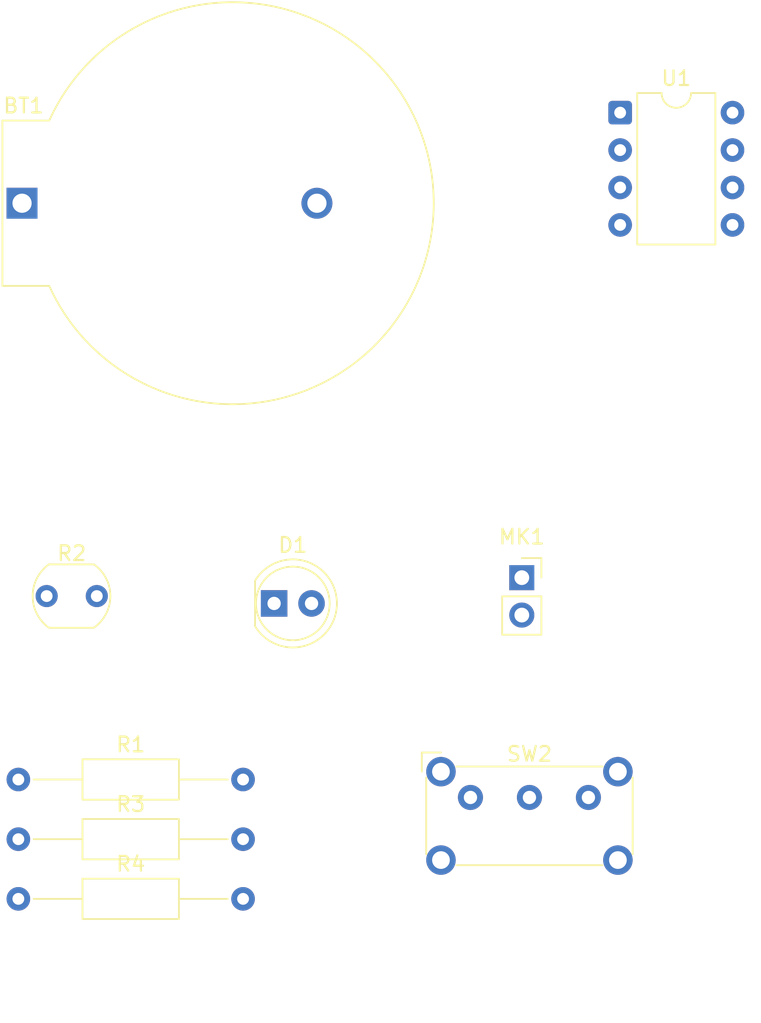
<source format=kicad_pcb>
(kicad_pcb (version 20241229) (generator "pcbnew") (generator_version "9.0")
  (layers (0 "F.Cu" signal) (2 "B.Cu" signal) (13 "F.Paste" user) (15 "B.Paste" user) (5 "F.SilkS" user "F.Silkscreen") (7 "B.SilkS" user "B.Silkscreen") (1 "F.Mask" user) (3 "B.Mask" user) (25 "Edge.Cuts" user))
  (net 0 "")
  (net 1 "+3.3V")
  (net 2 "Net-(BT1--)")
  (net 3 "/LED")
  (net 4 "/MIC")
  (net 5 "GND")
  (net 6 "/LDR")
  (footprint "Resistor_THT:R_Axial_DIN0207_L6.3mm_D2.5mm_P15.24mm_Horizontal" (layer "F.Cu") (at 106.88 115.05)
    (property "Reference" "R4" (at 7.62 -2.37 0) (layer "F.SilkS"))
    (property "Value" "5.6k")
    (fp_line (start 1.04 0) (end 4.35 0) (stroke (width 0.12)) (layer "F.SilkS"))
    (fp_line (start 14.2 0) (end 10.89 0) (stroke (width 0.12)) (layer "F.SilkS"))
    (fp_rect (start 4.35 -1.37) (end 10.89 1.37) (stroke (width 0.12)) (fill no) (layer "F.SilkS"))
    (pad "1" thru_hole circle (at 0 0) (size 1.6 1.6) (drill 0.8) (layers "*.Cu" "*.Mask") (net 1 "+3.3V"))
    (pad "2" thru_hole circle (at 15.24 0) (size 1.6 1.6) (drill 0.8) (layers "*.Cu" "*.Mask") (net 4 "/MIC"))
  )
  (footprint "Resistor_THT:R_Axial_DIN0207_L6.3mm_D2.5mm_P15.24mm_Horizontal" (layer "F.Cu") (at 106.88 111)
    (property "Reference" "R3" (at 7.62 -2.37 0) (layer "F.SilkS"))
    (property "Value" "R")
    (fp_line (start 1.04 0) (end 4.35 0) (stroke (width 0.12)) (layer "F.SilkS"))
    (fp_line (start 14.2 0) (end 10.89 0) (stroke (width 0.12)) (layer "F.SilkS"))
    (fp_rect (start 4.35 -1.37) (end 10.89 1.37) (stroke (width 0.12)) (fill no) (layer "F.SilkS"))
    (pad "1" thru_hole circle (at 0 0) (size 1.6 1.6) (drill 0.8) (layers "*.Cu" "*.Mask") (net 3 "/LED"))
    (pad "2" thru_hole circle (at 15.24 0) (size 1.6 1.6) (drill 0.8) (layers "*.Cu" "*.Mask") (net 5 "GND"))
  )
  (footprint "Button_Switch_THT:SW_E-Switch_EG1224_SPDT_Angled" (layer "F.Cu") (at 137.5425 108.1675)
    (property "Reference" "SW2" (at 4 -2.95 0) (layer "F.SilkS"))
    (property "Value" "SW_SPDT")
    (fp_line (start -3.3 -3.05) (end -2 -3.05) (stroke (width 0.12)) (layer "F.SilkS"))
    (fp_line (start -3.3 -1.75) (end -3.3 -3.05) (stroke (width 0.12)) (layer "F.SilkS"))
    (fp_line (start -3 3.85) (end -3 -1.35) (stroke (width 0.12)) (layer "F.SilkS"))
    (fp_line (start -0.95 -2.1) (end 8.95 -2.1) (stroke (width 0.12)) (layer "F.SilkS"))
    (fp_line (start 8.95 4.6) (end -0.95 4.6) (stroke (width 0.12)) (layer "F.SilkS"))
    (fp_line (start 11 -1.35) (end 11 3.85) (stroke (width 0.12)) (layer "F.SilkS"))
    (pad "" thru_hole circle (at -2 -1.75) (size 2 2) (drill 1.2) (layers "*.Cu" "*.Mask"))
    (pad "" thru_hole circle (at -2 4.25) (size 2 2) (drill 1.2) (layers "*.Cu" "*.Mask"))
    (pad "" thru_hole circle (at 10 -1.75) (size 2 2) (drill 1.2) (layers "*.Cu" "*.Mask"))
    (pad "" thru_hole circle (at 10 4.25) (size 2 2) (drill 1.2) (layers "*.Cu" "*.Mask"))
    (pad "1" thru_hole circle (at 0 0) (size 1.7 1.7) (drill 0.9) (layers "*.Cu" "*.Mask"))
    (pad "2" thru_hole circle (at 4 0) (size 1.7 1.7) (drill 0.9) (layers "*.Cu" "*.Mask") (net 5 "GND"))
    (pad "3" thru_hole circle (at 8 0) (size 1.7 1.7) (drill 0.9) (layers "*.Cu" "*.Mask") (net 2 "Net-(BT1--)"))
  )
  (footprint "Connector_PinSocket_2.54mm:PinSocket_1x02_P2.54mm_Vertical" (layer "F.Cu") (at 141.025 93.25)
    (property "Reference" "MK1" (at 0 -2.77 0) (layer "F.SilkS"))
    (property "Value" "Microphone_Condenser")
    (fp_line (start -1.33 1.27) (end -1.33 3.87) (stroke (width 0.12)) (layer "F.SilkS"))
    (fp_line (start -1.33 1.27) (end 1.33 1.27) (stroke (width 0.12)) (layer "F.SilkS"))
    (fp_line (start -1.33 3.87) (end 1.33 3.87) (stroke (width 0.12)) (layer "F.SilkS"))
    (fp_line (start 0 -1.33) (end 1.33 -1.33) (stroke (width 0.12)) (layer "F.SilkS"))
    (fp_line (start 1.33 -1.33) (end 1.33 0) (stroke (width 0.12)) (layer "F.SilkS"))
    (fp_line (start 1.33 1.27) (end 1.33 3.87) (stroke (width 0.12)) (layer "F.SilkS"))
    (pad "1" thru_hole rect (at 0 0) (size 1.7 1.7) (drill 1) (layers "*.Cu" "*.Mask") (net 5 "GND"))
    (pad "2" thru_hole circle (at 0 2.54) (size 1.7 1.7) (drill 1) (layers "*.Cu" "*.Mask") (net 4 "/MIC"))
  )
  (footprint "OptoDevice:R_LDR_5.1x4.3mm_P3.4mm_Vertical" (layer "F.Cu") (at 108.8 94.5)
    (property "Reference" "R2" (at 1.7 -2.9 0) (layer "F.SilkS"))
    (property "Value" "LDR07")
    (fp_line (start 0.15 -2.15) (end 3.2 -2.15) (stroke (width 0.12)) (layer "F.SilkS"))
    (fp_line (start 0.15 2.15) (end 3.2 2.15) (stroke (width 0.12)) (layer "F.SilkS"))
    (fp_arc (start 0.15 2.15) (mid -0.950438 -0.013368) (end 0.171766 -2.165525) (stroke (width 0.12)) (layer "F.SilkS"))
    (fp_arc (start 3.2 -2.15) (mid 4.321403 -0.027338) (end 3.244513 2.118249) (stroke (width 0.12)) (layer "F.SilkS"))
    (pad "1" thru_hole circle (at 0 0) (size 1.5 1.5) (drill 0.8) (layers "*.Cu" "*.Mask") (net 6 "/LDR"))
    (pad "2" thru_hole circle (at 3.4 0) (size 1.5 1.5) (drill 0.8) (layers "*.Cu" "*.Mask") (net 5 "GND"))
  )
  (footprint "LED_THT:LED_D5.0mm" (layer "F.Cu") (at 124.225 95)
    (property "Reference" "D1" (at 1.27 -3.96 0) (layer "F.SilkS"))
    (property "Value" "5mm Yellow LED")
    (fp_line (start -1.29 -1.545) (end -1.29 1.545) (stroke (width 0.12)) (layer "F.SilkS"))
    (fp_arc (start -1.29 -1.54483) (mid 2.071779 -2.880495) (end 4.26 0) (stroke (width 0.12)) (layer "F.SilkS"))
    (fp_arc (start 4.26 0) (mid 2.071779 2.880495) (end -1.29 1.54483) (stroke (width 0.12)) (layer "F.SilkS"))
    (fp_circle (center 1.27 0) (end 3.77 0) (stroke (width 0.12)) (fill no) (layer "F.SilkS"))
    (pad "1" thru_hole rect (at 0 0) (size 1.8 1.8) (drill 0.9) (layers "*.Cu" "*.Mask") (net 3 "/LED"))
    (pad "2" thru_hole circle (at 2.54 0) (size 1.8 1.8) (drill 0.9) (layers "*.Cu" "*.Mask") (net 1 "+3.3V"))
  )
  (footprint "Resistor_THT:R_Axial_DIN0207_L6.3mm_D2.5mm_P15.24mm_Horizontal" (layer "F.Cu") (at 106.88 106.95)
    (property "Reference" "R1" (at 7.62 -2.37 0) (layer "F.SilkS"))
    (property "Value" "R")
    (fp_line (start 1.04 0) (end 4.35 0) (stroke (width 0.12)) (layer "F.SilkS"))
    (fp_line (start 14.2 0) (end 10.89 0) (stroke (width 0.12)) (layer "F.SilkS"))
    (fp_rect (start 4.35 -1.37) (end 10.89 1.37) (stroke (width 0.12)) (fill no) (layer "F.SilkS"))
    (pad "1" thru_hole circle (at 0 0) (size 1.6 1.6) (drill 0.8) (layers "*.Cu" "*.Mask") (net 1 "+3.3V"))
    (pad "2" thru_hole circle (at 15.24 0) (size 1.6 1.6) (drill 0.8) (layers "*.Cu" "*.Mask") (net 6 "/LDR"))
  )
  (footprint "Battery:BatteryHolder_ComfortableElectronic_CH273-2450_1x2450" (layer "F.Cu") (at 107.13 67.838173)
    (property "Reference" "BT1" (at 0.1 -6.62 0) (layer "F.SilkS"))
    (property "Value" "3.3V Cell")
    (fp_line (start -1.33 -5.61) (end 1.845 -5.61) (stroke (width 0.12)) (layer "F.SilkS"))
    (fp_line (start -1.33 5.61) (end -1.33 -5.61) (stroke (width 0.12)) (layer "F.SilkS"))
    (fp_line (start 1.845 5.61) (end -1.33 5.61) (stroke (width 0.12)) (layer "F.SilkS"))
    (fp_arc (start 1.845 -5.61) (mid 27.921896 0) (end 1.845 5.61) (stroke (width 0.12)) (layer "F.SilkS"))
    (pad "1" thru_hole rect (at 0 0 270) (size 2.1 2.1) (drill 1.3) (layers "*.Cu" "*.Mask") (net 1 "+3.3V"))
    (pad "2" thru_hole circle (at 20 0 270) (size 2.1 2.1) (drill 1.3) (layers "*.Cu" "*.Mask") (net 2 "Net-(BT1--)"))
  )
  (footprint "Package_DIP:DIP-8_W7.62mm" (layer "F.Cu") (at 147.695 61.69)
    (property "Reference" "U1" (at 3.81 -2.33 0) (layer "F.SilkS"))
    (property "Value" "ATtiny85V-10P")
    (fp_line (start 1.16 -1.33) (end 1.16 8.95) (stroke (width 0.12)) (layer "F.SilkS"))
    (fp_line (start 1.16 8.95) (end 6.46 8.95) (stroke (width 0.12)) (layer "F.SilkS"))
    (fp_line (start 2.81 -1.33) (end 1.16 -1.33) (stroke (width 0.12)) (layer "F.SilkS"))
    (fp_line (start 6.46 -1.33) (end 4.81 -1.33) (stroke (width 0.12)) (layer "F.SilkS"))
    (fp_line (start 6.46 8.95) (end 6.46 -1.33) (stroke (width 0.12)) (layer "F.SilkS"))
    (fp_arc (start 4.81 -1.33) (mid 3.81 -0.33) (end 2.81 -1.33) (stroke (width 0.12)) (layer "F.SilkS"))
    (pad "1" thru_hole roundrect (at 0 0) (size 1.6 1.6) (drill 0.8) (layers "*.Cu" "*.Mask") (roundrect_rratio 0.15625))
    (pad "2" thru_hole circle (at 0 2.54) (size 1.6 1.6) (drill 0.8) (layers "*.Cu" "*.Mask") (net 4 "/MIC"))
    (pad "3" thru_hole circle (at 0 5.08) (size 1.6 1.6) (drill 0.8) (layers "*.Cu" "*.Mask"))
    (pad "4" thru_hole circle (at 0 7.62) (size 1.6 1.6) (drill 0.8) (layers "*.Cu" "*.Mask") (net 5 "GND"))
    (pad "5" thru_hole circle (at 7.62 7.62) (size 1.6 1.6) (drill 0.8) (layers "*.Cu" "*.Mask"))
    (pad "6" thru_hole circle (at 7.62 5.08) (size 1.6 1.6) (drill 0.8) (layers "*.Cu" "*.Mask") (net 3 "/LED"))
    (pad "7" thru_hole circle (at 7.62 2.54) (size 1.6 1.6) (drill 0.8) (layers "*.Cu" "*.Mask") (net 6 "/LDR"))
    (pad "8" thru_hole circle (at 7.62 0) (size 1.6 1.6) (drill 0.8) (layers "*.Cu" "*.Mask") (net 1 "+3.3V"))
  )
)
</source>
